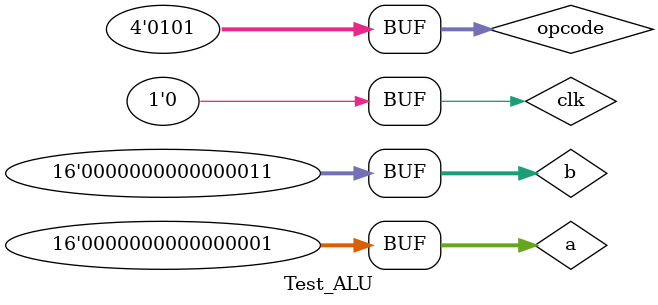
<source format=v>
`timescale 1ns / 1ps


module Test_ALU;

	// Inputs
	reg [15:0] a;
	reg [15:0] b;
	reg [3:0] opcode;
	reg clk;

	// Outputs
	wire [15:0] r;
	wire cout;
	wire zero;
	wire error;
	wire [1:0] compareVal;

	// Instantiate the Unit Under Test (UUT)
	ALU uut (
		.a(a), 
		.b(b), 
		.opcode(opcode), 
		.r(r), 
		.cout(cout), 
		.zero(zero), 
		.error(error), 
		.compareVal(compareVal)
	);

	initial begin
		// Initialize Inputs
		a = 1;
		b = 0;
		opcode = 0;
		clk=0;

		// Wait 100 ns for global reset to finish
		#100;
        
		// Add stimulus here
		if(r==1)
		begin
		$display("+ done");
		end
		opcode=1;
		#100
		if(r==0)
		begin 
		$display ("& done");
		end
		opcode=2;
		#100
		if(r==1)
		begin
		$display("| done");
		end
		opcode=3;
		a=3'b100;
		b=1;
		#100
		
		if(r==4'b1000)
		begin 
		$display("<< done");
		end
		opcode=4;
		#100
		if(r==2'b10)
		begin
		$display(">> done");
		end
		
		
		opcode = 5;
		a = 5;
		b = 4;
		#100
		if(r != 0 && zero == 0 && compareVal == 1) $display("sub1 pass");
		else $display("sub1 fail");
		
		a = 2;
		b = 2;
		#100
		if(r == 0 && zero == 1 && compareVal == 0) $display("sub2 pass");
		else $display("sub2 fail");
		
		a = 1;
		b = 3;
		#100
		if(r == 16'b1111111111111110 && zero == 0 && compareVal == 2'b11) $display("sub3 pass");
		else $display("sub3 fail");
		
	end
    
endmodule

</source>
